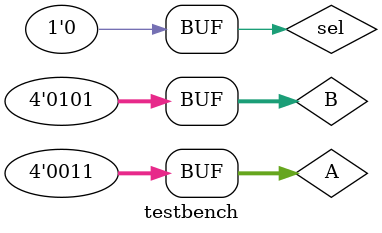
<source format=v>
`timescale 1 ns/1 ns	//time scale for simulation

module testbench;
   reg [3:0] A;
   reg [3:0] B;
   reg       sel;
   wire [3:0] RES;

   mux4 my_mux4(.A(A), .B(B), .sel(sel), .RES(RES));

   initial begin
      $dumpfile("test.vcd");
      $dumpvars(0, testbench);
      
      A = 4'b0011;
      B = 4'b0101;
      sel = 0;
      #10;
   end
endmodule

</source>
